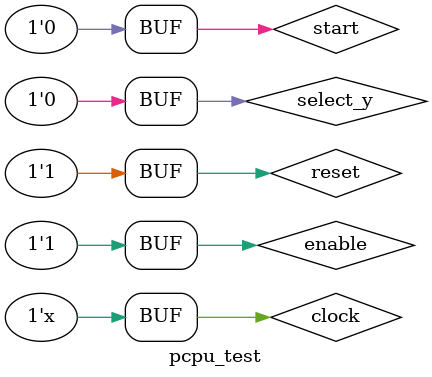
<source format=v>
`timescale 1ns / 1ps
`include "def.v"

module pcpu_test;

	// Inputs
	reg clock;
	reg enable;
	reg reset;
	reg start;
	
	// Wires
	wire [15:0] i_datain;
	wire [15:0] d_datain;
	wire [7:0] i_addr;
	wire [7:0] d_addr;
	wire d_we;
	wire [15:0] d_dataout;

	// Instantiate the Unit Under Test (UUT)
	pcpu uut (
		.clock(clock), 
		.enable(enable), 
		.reset(reset), 
		.start(start), 
		.i_datain(i_datain), 
		.d_datain(d_datain), 
		.i_addr(i_addr), 
		.d_addr(d_addr), 
		.d_we(d_we), 
		.d_dataout(d_dataout)
	);
	i_memory i_mem (
		.clk(clock),
		.rst(rst),
		.addr(i_addr),
		.we(1'b0),
		.datain(16'b0000_0000_0000_0000),
		.dataout(i_datain)
	);
	d_memory d_mem (
		.clk(clock),
		.rst(rst),
		.addr(d_addr),
		.we(d_we),
		.datain(d_dataout),
		.dataout(d_datain)
	);

	initial begin
		// Initialize Inputs
		clock = 0;
		enable = 0;
		reset = 1;
		start = 0;
		select_y = 0;

		// Wait 100 ns for global reset to finish
		#100;
        
		// Add stimulus here
		$display("pc :               id_ir                :reg_A :reg_B :reg_C\
: da  :  dd  : w : reC1 :  gr1  :  gr2  :  gr3   :zf :nf:cf");
		$monitor("%h : %b : %h : %h : %h : %h : %h : %b : %h : %h : %h : %h : %b : %b : %b", 
			uut.pc, uut.id_ir, uut.reg_A, uut.reg_B, uut.reg_C,
			d_addr, d_dataout, d_we, uut.reg_C1, uut.gr[1], uut.gr[2], uut.gr[3],
			uut.zf, uut.nf, uut.cf);

		#10 reset <= 0;
		#10 reset <= 1;
		#10 enable <= 1;
		#10 start <=1;
		#10 start <= 0;
	end
	
	always #5
		clock = ~clock;
      
endmodule


</source>
